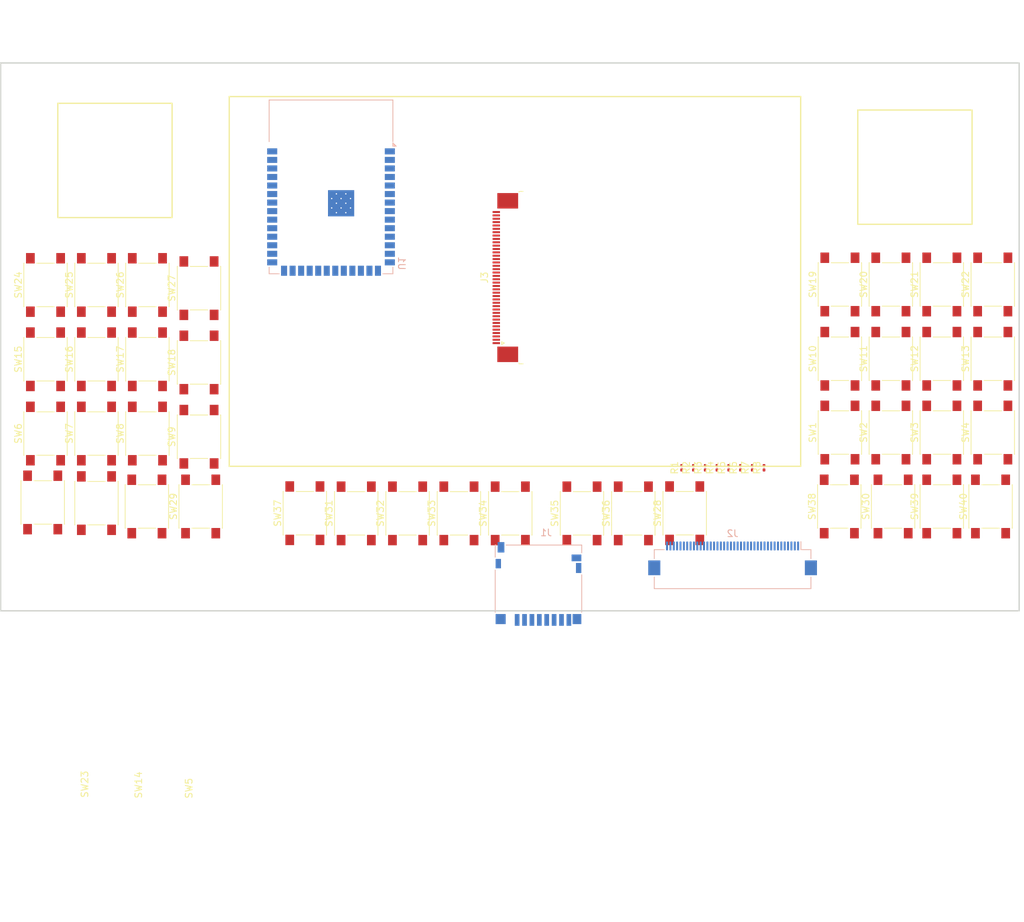
<source format=kicad_pcb>
(kicad_pcb (version 20240108) (generator "pcbnew") (generator_version "8.0")
  (layers (0 "F.Cu" signal) (31 "B.Cu" signal) (34 "B.Paste" user) (35 "F.Paste" user) (36 "B.SilkS" user "B.Silkscreen") (37 "F.SilkS" user "F.Silkscreen") (38 "B.Mask" user) (39 "F.Mask" user) (44 "Edge.Cuts" user))
  (net 0 "")
  (net 1 "GND")
  (net 2 "+3.3V")
  (net 3 "/mcu/SD_CMD")
  (net 4 "/mcu/SD_D0")
  (net 5 "/mcu/SD_CLK")
  (net 46 "Net-(U1-GND-Pad1)")
  (net 154 "Net-(J1-DAT2)")
  (net 155 "Net-(J1-DAT1)")
  (net 156 "Net-(J1-DAT3{slash}CD)")
  (net 197 "Net-(J3-CC1)")
  (net 198 "Net-(J3-CC2)")
  (footprint "Resistor_SMD:R_0201_0603Metric" (layer "F.Cu") (at 152.8 92.22 90)
    (property "Reference" "R1" (at 0 -1.05 90) (layer "F.SilkS"))
    (property "Value" "R")
    (pad "1" smd roundrect (at -0.32 0 90) (size 0.46 0.4) (layers "F.Cu" "F.Mask") (net 197 "Net-(J3-CC1)"))
    (pad "2" smd roundrect (at 0.32 0 90) (size 0.46 0.4) (layers "F.Cu" "F.Mask") (net 1 "GND"))
  )
  (footprint "Button_Switch_SMD:SW_Push_1P1T_NO_6x6mm_H9.5mm" (layer "F.Cu") (at 81 65.5 90)
    (property "Reference" "SW27" (at 0 -4.05 270) (layer "F.SilkS"))
    (property "Value" "SW_Push")
    (pad "1" smd rect (at -3.975 -2.25 90) (size 1.55 1.3) (layers "F.Cu" "F.Paste" "F.Mask"))
    (pad "1" smd rect (at 3.975 -2.25 90) (size 1.55 1.3) (layers "F.Cu" "F.Paste" "F.Mask"))
    (pad "2" smd rect (at -3.975 2.25 90) (size 1.55 1.3) (layers "F.Cu" "F.Paste" "F.Mask"))
    (pad "2" smd rect (at 3.975 2.25 90) (size 1.55 1.3) (layers "F.Cu" "F.Paste" "F.Mask"))
  )
  (footprint "Button_Switch_SMD:SW_Push_1P1T_NO_6x6mm_H9.5mm" (layer "F.Cu") (at 184.25 97.975 90)
    (property "Reference" "SW30" (at 0 -4.05 270) (layer "F.SilkS"))
    (property "Value" "SW_Push")
    (pad "1" smd rect (at -3.975 -2.25 90) (size 1.55 1.3) (layers "F.Cu" "F.Paste" "F.Mask"))
    (pad "1" smd rect (at 3.975 -2.25 90) (size 1.55 1.3) (layers "F.Cu" "F.Paste" "F.Mask"))
    (pad "2" smd rect (at -3.975 2.25 90) (size 1.55 1.3) (layers "F.Cu" "F.Paste" "F.Mask"))
    (pad "2" smd rect (at 3.975 2.25 90) (size 1.55 1.3) (layers "F.Cu" "F.Paste" "F.Mask"))
  )
  (footprint "Button_Switch_SMD:SW_Push_1P1T_NO_6x6mm_H9.5mm" (layer "F.Cu") (at 191.5 64.95 90)
    (property "Reference" "SW21" (at 0 -4.05 270) (layer "F.SilkS"))
    (property "Value" "SW_Push")
    (pad "1" smd rect (at -3.975 -2.25 90) (size 1.55 1.3) (layers "F.Cu" "F.Paste" "F.Mask"))
    (pad "1" smd rect (at 3.975 -2.25 90) (size 1.55 1.3) (layers "F.Cu" "F.Paste" "F.Mask"))
    (pad "2" smd rect (at -3.975 2.25 90) (size 1.55 1.3) (layers "F.Cu" "F.Paste" "F.Mask"))
    (pad "2" smd rect (at 3.975 2.25 90) (size 1.55 1.3) (layers "F.Cu" "F.Paste" "F.Mask"))
  )
  (footprint "Button_Switch_SMD:SW_Push_1P1T_NO_6x6mm_H9.5mm" (layer "F.Cu") (at 176.25 97.975 90)
    (property "Reference" "SW38" (at 0 -4.05 270) (layer "F.SilkS"))
    (property "Value" "SW_Push")
    (pad "1" smd rect (at -3.975 -2.25 90) (size 1.55 1.3) (layers "F.Cu" "F.Paste" "F.Mask"))
    (pad "1" smd rect (at 3.975 -2.25 90) (size 1.55 1.3) (layers "F.Cu" "F.Paste" "F.Mask"))
    (pad "2" smd rect (at -3.975 2.25 90) (size 1.55 1.3) (layers "F.Cu" "F.Paste" "F.Mask"))
    (pad "2" smd rect (at 3.975 2.25 90) (size 1.55 1.3) (layers "F.Cu" "F.Paste" "F.Mask"))
  )
  (footprint "Button_Switch_SMD:SW_Push_1P1T_NO_6x6mm_H9.5mm" (layer "F.Cu") (at 58.17 76.075 90)
    (property "Reference" "SW15" (at 0 -4.05 270) (layer "F.SilkS"))
    (property "Value" "SW_Push")
    (pad "1" smd rect (at -3.975 -2.25 90) (size 1.55 1.3) (layers "F.Cu" "F.Paste" "F.Mask"))
    (pad "1" smd rect (at 3.975 -2.25 90) (size 1.55 1.3) (layers "F.Cu" "F.Paste" "F.Mask"))
    (pad "2" smd rect (at -3.975 2.25 90) (size 1.55 1.3) (layers "F.Cu" "F.Paste" "F.Mask"))
    (pad "2" smd rect (at 3.975 2.25 90) (size 1.55 1.3) (layers "F.Cu" "F.Paste" "F.Mask"))
  )
  (footprint "Button_Switch_SMD:SW_Push_1P1T_NO_6x6mm_H9.5mm" (layer "F.Cu") (at 183.92 76 90)
    (property "Reference" "SW11" (at 0 -4.05 270) (layer "F.SilkS"))
    (property "Value" "SW_Push")
    (pad "1" smd rect (at -3.975 -2.25 90) (size 1.55 1.3) (layers "F.Cu" "F.Paste" "F.Mask"))
    (pad "1" smd rect (at 3.975 -2.25 90) (size 1.55 1.3) (layers "F.Cu" "F.Paste" "F.Mask"))
    (pad "2" smd rect (at -3.975 2.25 90) (size 1.55 1.3) (layers "F.Cu" "F.Paste" "F.Mask"))
    (pad "2" smd rect (at 3.975 2.25 90) (size 1.55 1.3) (layers "F.Cu" "F.Paste" "F.Mask"))
  )
  (footprint "Resistor_SMD:R_0201_0603Metric" (layer "F.Cu") (at 165.05 92.22 90)
    (property "Reference" "R8" (at 0 -1.05 90) (layer "F.SilkS"))
    (property "Value" "10k")
    (pad "1" smd roundrect (at -0.32 0 90) (size 0.46 0.4) (layers "F.Cu" "F.Mask") (net 2 "+3.3V"))
    (pad "2" smd roundrect (at 0.32 0 90) (size 0.46 0.4) (layers "F.Cu" "F.Mask") (net 154 "Net-(J1-DAT2)"))
  )
  (footprint "Button_Switch_SMD:SW_Push_1P1T_NO_6x6mm_H9.5mm" (layer "F.Cu") (at 198.75 97.975 90)
    (property "Reference" "SW40" (at 0 -4.05 270) (layer "F.SilkS"))
    (property "Value" "SW_Push")
    (pad "1" smd rect (at -3.975 -2.25 90) (size 1.55 1.3) (layers "F.Cu" "F.Paste" "F.Mask"))
    (pad "1" smd rect (at 3.975 -2.25 90) (size 1.55 1.3) (layers "F.Cu" "F.Paste" "F.Mask"))
    (pad "2" smd rect (at -3.975 2.25 90) (size 1.55 1.3) (layers "F.Cu" "F.Paste" "F.Mask"))
    (pad "2" smd rect (at 3.975 2.25 90) (size 1.55 1.3) (layers "F.Cu" "F.Paste" "F.Mask"))
  )
  (footprint "Button_Switch_SMD:SW_Push_1P1T_NO_6x6mm_H9.5mm" (layer "F.Cu") (at 73.33 65.025 90)
    (property "Reference" "SW26" (at 0 -4.05 270) (layer "F.SilkS"))
    (property "Value" "SW_Push")
    (pad "1" smd rect (at -3.975 -2.25 90) (size 1.55 1.3) (layers "F.Cu" "F.Paste" "F.Mask"))
    (pad "1" smd rect (at 3.975 -2.25 90) (size 1.55 1.3) (layers "F.Cu" "F.Paste" "F.Mask"))
    (pad "2" smd rect (at -3.975 2.25 90) (size 1.55 1.3) (layers "F.Cu" "F.Paste" "F.Mask"))
    (pad "2" smd rect (at 3.975 2.25 90) (size 1.55 1.3) (layers "F.Cu" "F.Paste" "F.Mask"))
  )
  (footprint "Button_Switch_SMD:SW_Push_1P1T_NO_6x6mm_H9.5mm" (layer "F.Cu") (at 145.610534 99 90)
    (property "Reference" "SW36" (at 0 -4.05 270) (layer "F.SilkS"))
    (property "Value" "SW_Push")
    (pad "1" smd rect (at -3.975 -2.25 90) (size 1.55 1.3) (layers "F.Cu" "F.Paste" "F.Mask"))
    (pad "1" smd rect (at 3.975 -2.25 90) (size 1.55 1.3) (layers "F.Cu" "F.Paste" "F.Mask"))
    (pad "2" smd rect (at -3.975 2.25 90) (size 1.55 1.3) (layers "F.Cu" "F.Paste" "F.Mask"))
    (pad "2" smd rect (at 3.975 2.25 90) (size 1.55 1.3) (layers "F.Cu" "F.Paste" "F.Mask"))
  )
  (footprint "Button_Switch_SMD:SW_Push_1P1T_NO_6x6mm_H9.5mm" (layer "F.Cu") (at 153.25 98.975 90)
    (property "Reference" "SW28" (at 0 -4.05 270) (layer "F.SilkS"))
    (property "Value" "SW_Push")
    (pad "1" smd rect (at -3.975 -2.25 90) (size 1.55 1.3) (layers "F.Cu" "F.Paste" "F.Mask"))
    (pad "1" smd rect (at 3.975 -2.25 90) (size 1.55 1.3) (layers "F.Cu" "F.Paste" "F.Mask"))
    (pad "2" smd rect (at -3.975 2.25 90) (size 1.55 1.3) (layers "F.Cu" "F.Paste" "F.Mask"))
    (pad "2" smd rect (at 3.975 2.25 90) (size 1.55 1.3) (layers "F.Cu" "F.Paste" "F.Mask"))
  )
  (footprint "Button_Switch_SMD:SW_Push_1P1T_NO_6x6mm_H9.5mm" (layer "F.Cu") (at 73.33 76.075 90)
    (property "Reference" "SW17" (at 0 -4.05 270) (layer "F.SilkS"))
    (property "Value" "SW_Push")
    (pad "1" smd rect (at -3.975 -2.25 90) (size 1.55 1.3) (layers "F.Cu" "F.Paste" "F.Mask"))
    (pad "1" smd rect (at 3.975 -2.25 90) (size 1.55 1.3) (layers "F.Cu" "F.Paste" "F.Mask"))
    (pad "2" smd rect (at -3.975 2.25 90) (size 1.55 1.3) (layers "F.Cu" "F.Paste" "F.Mask"))
    (pad "2" smd rect (at 3.975 2.25 90) (size 1.55 1.3) (layers "F.Cu" "F.Paste" "F.Mask"))
  )
  (footprint "Button_Switch_SMD:SW_Push_1P1T_NO_6x6mm_H9.5mm" (layer "F.Cu") (at 81 76.55 90)
    (property "Reference" "SW18" (at 0 -4.05 270) (layer "F.SilkS"))
    (property "Value" "SW_Push")
    (pad "1" smd rect (at -3.975 -2.25 90) (size 1.55 1.3) (layers "F.Cu" "F.Paste" "F.Mask"))
    (pad "1" smd rect (at 3.975 -2.25 90) (size 1.55 1.3) (layers "F.Cu" "F.Paste" "F.Mask"))
    (pad "2" smd rect (at -3.975 2.25 90) (size 1.55 1.3) (layers "F.Cu" "F.Paste" "F.Mask"))
    (pad "2" smd rect (at 3.975 2.25 90) (size 1.55 1.3) (layers "F.Cu" "F.Paste" "F.Mask"))
  )
  (footprint "Button_Switch_SMD:SW_Push_1P1T_NO_6x6mm_H9.5mm" (layer "F.Cu") (at 58.17 65.025 90)
    (property "Reference" "SW24" (at 0 -4.05 270) (layer "F.SilkS"))
    (property "Value" "SW_Push")
    (pad "1" smd rect (at -3.975 -2.25 90) (size 1.55 1.3) (layers "F.Cu" "F.Paste" "F.Mask"))
    (pad "1" smd rect (at 3.975 -2.25 90) (size 1.55 1.3) (layers "F.Cu" "F.Paste" "F.Mask"))
    (pad "2" smd rect (at -3.975 2.25 90) (size 1.55 1.3) (layers "F.Cu" "F.Paste" "F.Mask"))
    (pad "2" smd rect (at 3.975 2.25 90) (size 1.55 1.3) (layers "F.Cu" "F.Paste" "F.Mask"))
  )
  (footprint "Button_Switch_SMD:SW_Push_1P1T_NO_6x6mm_H9.5mm" (layer "F.Cu") (at 127.307856 99 90)
    (property "Reference" "SW34" (at 0 -4.05 270) (layer "F.SilkS"))
    (property "Value" "SW_Push")
    (pad "1" smd rect (at -3.975 -2.25 90) (size 1.55 1.3) (layers "F.Cu" "F.Paste" "F.Mask"))
    (pad "1" smd rect (at 3.975 -2.25 90) (size 1.55 1.3) (layers "F.Cu" "F.Paste" "F.Mask"))
    (pad "2" smd rect (at -3.975 2.25 90) (size 1.55 1.3) (layers "F.Cu" "F.Paste" "F.Mask"))
    (pad "2" smd rect (at 3.975 2.25 90) (size 1.55 1.3) (layers "F.Cu" "F.Paste" "F.Mask"))
  )
  (footprint "Resistor_SMD:R_0201_0603Metric" (layer "F.Cu") (at 154.55 92.22 90)
    (property "Reference" "R2" (at 0 -1.05 90) (layer "F.SilkS"))
    (property "Value" "R")
    (pad "1" smd roundrect (at -0.32 0 90) (size 0.46 0.4) (layers "F.Cu" "F.Mask") (net 198 "Net-(J3-CC2)"))
    (pad "2" smd roundrect (at 0.32 0 90) (size 0.46 0.4) (layers "F.Cu" "F.Mask") (net 1 "GND"))
  )
  (footprint "Button_Switch_SMD:SW_Push_1P1T_NO_6x6mm_H9.5mm" (layer "F.Cu") (at 104.389464 99 90)
    (property "Reference" "SW31" (at 0 -4.05 270) (layer "F.SilkS"))
    (property "Value" "SW_Push")
    (pad "1" smd rect (at -3.975 -2.25 90) (size 1.55 1.3) (layers "F.Cu" "F.Paste" "F.Mask"))
    (pad "1" smd rect (at 3.975 -2.25 90) (size 1.55 1.3) (layers "F.Cu" "F.Paste" "F.Mask"))
    (pad "2" smd rect (at -3.975 2.25 90) (size 1.55 1.3) (layers "F.Cu" "F.Paste" "F.Mask"))
    (pad "2" smd rect (at 3.975 2.25 90) (size 1.55 1.3) (layers "F.Cu" "F.Paste" "F.Mask"))
  )
  (footprint "Button_Switch_SMD:SW_Push_1P1T_NO_6x6mm_H9.5mm" (layer "F.Cu") (at 119.668392 99 90)
    (property "Reference" "SW33" (at 0 -4.05 270) (layer "F.SilkS"))
    (property "Value" "SW_Push")
    (pad "1" smd rect (at -3.975 -2.25 90) (size 1.55 1.3) (layers "F.Cu" "F.Paste" "F.Mask"))
    (pad "1" smd rect (at 3.975 -2.25 90) (size 1.55 1.3) (layers "F.Cu" "F.Paste" "F.Mask"))
    (pad "2" smd rect (at -3.975 2.25 90) (size 1.55 1.3) (layers "F.Cu" "F.Paste" "F.Mask"))
    (pad "2" smd rect (at 3.975 2.25 90) (size 1.55 1.3) (layers "F.Cu" "F.Paste" "F.Mask"))
  )
  (footprint "Button_Switch_SMD:SW_Push_1P1T_NO_6x6mm_H9.5mm" (layer "F.Cu") (at 199.08 86.975 90)
    (property "Reference" "SW4" (at 0 -4.05 270) (layer "F.SilkS"))
    (property "Value" "SW_Push")
    (pad "1" smd rect (at -3.975 -2.25 90) (size 1.55 1.3) (layers "F.Cu" "F.Paste" "F.Mask"))
    (pad "1" smd rect (at 3.975 -2.25 90) (size 1.55 1.3) (layers "F.Cu" "F.Paste" "F.Mask"))
    (pad "2" smd rect (at -3.975 2.25 90) (size 1.55 1.3) (layers "F.Cu" "F.Paste" "F.Mask"))
    (pad "2" smd rect (at 3.975 2.25 90) (size 1.55 1.3) (layers "F.Cu" "F.Paste" "F.Mask"))
  )
  (footprint "Resistor_SMD:R_0201_0603Metric" (layer "F.Cu") (at 159.8 92.22 90)
    (property "Reference" "R5" (at 0 -1.05 90) (layer "F.SilkS"))
    (property "Value" "10k")
    (pad "1" smd roundrect (at -0.32 0 90) (size 0.46 0.4) (layers "F.Cu" "F.Mask") (net 2 "+3.3V"))
    (pad "2" smd roundrect (at 0.32 0 90) (size 0.46 0.4) (layers "F.Cu" "F.Mask") (net 5 "/mcu/SD_CLK"))
  )
  (footprint "Button_Switch_SMD:SW_Push_1P1T_NO_6x6mm_H9.5mm" (layer "F.Cu") (at 199.08 64.95 90)
    (property "Reference" "SW22" (at 0 -4.05 270) (layer "F.SilkS"))
    (property "Value" "SW_Push")
    (pad "1" smd rect (at -3.975 -2.25 90) (size 1.55 1.3) (layers "F.Cu" "F.Paste" "F.Mask"))
    (pad "1" smd rect (at 3.975 -2.25 90) (size 1.55 1.3) (layers "F.Cu" "F.Paste" "F.Mask"))
    (pad "2" smd rect (at -3.975 2.25 90) (size 1.55 1.3) (layers "F.Cu" "F.Paste" "F.Mask"))
    (pad "2" smd rect (at 3.975 2.25 90) (size 1.55 1.3) (layers "F.Cu" "F.Paste" "F.Mask"))
  )
  (footprint "Button_Switch_SMD:SW_Push_1P1T_NO_6x6mm_H9.5mm" (layer "F.Cu") (at 112.028928 99 90)
    (property "Reference" "SW32" (at 0 -4.05 270) (layer "F.SilkS"))
    (property "Value" "SW_Push")
    (pad "1" smd rect (at -3.975 -2.25 90) (size 1.55 1.3) (layers "F.Cu" "F.Paste" "F.Mask"))
    (pad "1" smd rect (at 3.975 -2.25 90) (size 1.55 1.3) (layers "F.Cu" "F.Paste" "F.Mask"))
    (pad "2" smd rect (at -3.975 2.25 90) (size 1.55 1.3) (layers "F.Cu" "F.Paste" "F.Mask"))
    (pad "2" smd rect (at 3.975 2.25 90) (size 1.55 1.3) (layers "F.Cu" "F.Paste" "F.Mask"))
  )
  (footprint "Button_Switch_SMD:SW_Push_1P1T_NO_6x6mm_H9.5mm" (layer "F.Cu") (at 176.34 64.95 90)
    (property "Reference" "SW19" (at 0 -4.05 270) (layer "F.SilkS"))
    (property "Value" "SW_Push")
    (pad "1" smd rect (at -3.975 -2.25 90) (size 1.55 1.3) (layers "F.Cu" "F.Paste" "F.Mask"))
    (pad "1" smd rect (at 3.975 -2.25 90) (size 1.55 1.3) (layers "F.Cu" "F.Paste" "F.Mask"))
    (pad "2" smd rect (at -3.975 2.25 90) (size 1.55 1.3) (layers "F.Cu" "F.Paste" "F.Mask"))
    (pad "2" smd rect (at 3.975 2.25 90) (size 1.55 1.3) (layers "F.Cu" "F.Paste" "F.Mask"))
  )
  (footprint "Button_Switch_SMD:SW_Push_1P1T_NO_6x6mm_H9.5mm" (layer "F.Cu") (at 65.75 87.125 90)
    (property "Reference" "SW7" (at 0 -4.05 270) (layer "F.SilkS"))
    (property "Value" "SW_Push")
    (pad "1" smd rect (at -3.975 -2.25 90) (size 1.55 1.3) (layers "F.Cu" "F.Paste" "F.Mask"))
    (pad "1" smd rect (at 3.975 -2.25 90) (size 1.55 1.3) (layers "F.Cu" "F.Paste" "F.Mask"))
    (pad "2" smd rect (at -3.975 2.25 90) (size 1.55 1.3) (layers "F.Cu" "F.Paste" "F.Mask"))
    (pad "2" smd rect (at 3.975 2.25 90) (size 1.55 1.3) (layers "F.Cu" "F.Paste" "F.Mask"))
  )
  (footprint "Button_Switch_SMD:SW_Push_1P1T_NO_6x6mm_H9.5mm" (layer "F.Cu") (at 58.17 87.125 90)
    (property "Reference" "SW6" (at 0 -4.05 270) (layer "F.SilkS"))
    (property "Value" "SW_Push")
    (pad "1" smd rect (at -3.975 -2.25 90) (size 1.55 1.3) (layers "F.Cu" "F.Paste" "F.Mask"))
    (pad "1" smd rect (at 3.975 -2.25 90) (size 1.55 1.3) (layers "F.Cu" "F.Paste" "F.Mask"))
    (pad "2" smd rect (at -3.975 2.25 90) (size 1.55 1.3) (layers "F.Cu" "F.Paste" "F.Mask"))
    (pad "2" smd rect (at 3.975 2.25 90) (size 1.55 1.3) (layers "F.Cu" "F.Paste" "F.Mask"))
  )
  (footprint "Resistor_SMD:R_0201_0603Metric" (layer "F.Cu") (at 156.3 92.22 90)
    (property "Reference" "R3" (at 0 -1.05 90) (layer "F.SilkS"))
    (property "Value" "10k")
    (pad "1" smd roundrect (at -0.32 0 90) (size 0.46 0.4) (layers "F.Cu" "F.Mask") (net 2 "+3.3V"))
    (pad "2" smd roundrect (at 0.32 0 90) (size 0.46 0.4) (layers "F.Cu" "F.Mask") (net 155 "Net-(J1-DAT1)"))
  )
  (footprint "Resistor_SMD:R_0201_0603Metric" (layer "F.Cu") (at 158.05 92.22 90)
    (property "Reference" "R4" (at 0 -1.05 90) (layer "F.SilkS"))
    (property "Value" "10k")
    (pad "1" smd roundrect (at -0.32 0 90) (size 0.46 0.4) (layers "F.Cu" "F.Mask") (net 2 "+3.3V"))
    (pad "2" smd roundrect (at 0.32 0 90) (size 0.46 0.4) (layers "F.Cu" "F.Mask") (net 4 "/mcu/SD_D0"))
  )
  (footprint "Resistor_SMD:R_0201_0603Metric" (layer "F.Cu") (at 163.3 92.22 90)
    (property "Reference" "R7" (at 0 -1.05 90) (layer "F.SilkS"))
    (property "Value" "10k")
    (pad "1" smd roundrect (at -0.32 0 90) (size 0.46 0.4) (layers "F.Cu" "F.Mask") (net 2 "+3.3V"))
    (pad "2" smd roundrect (at 0.32 0 90) (size 0.46 0.4) (layers "F.Cu" "F.Mask") (net 156 "Net-(J1-DAT3{slash}CD)"))
  )
  (footprint "Button_Switch_SMD:SW_Push_1P1T_NO_6x6mm_H9.5mm" (layer "F.Cu") (at 199.08 76 90)
    (property "Reference" "SW13" (at 0 -4.05 270) (layer "F.SilkS"))
    (property "Value" "SW_Push")
    (pad "1" smd rect (at -3.975 -2.25 90) (size 1.55 1.3) (layers "F.Cu" "F.Paste" "F.Mask"))
    (pad "1" smd rect (at 3.975 -2.25 90) (size 1.55 1.3) (layers "F.Cu" "F.Paste" "F.Mask"))
    (pad "2" smd rect (at -3.975 2.25 90) (size 1.55 1.3) (layers "F.Cu" "F.Paste" "F.Mask"))
    (pad "2" smd rect (at 3.975 2.25 90) (size 1.55 1.3) (layers "F.Cu" "F.Paste" "F.Mask"))
  )
  (footprint "Button_Switch_SMD:SW_Push_1P1T_NO_6x6mm_H9.5mm" (layer "F.Cu") (at 57.75 97.375 90)
    (property "Reference" "SW23" (at -41.925 6.26 270) (layer "F.SilkS"))
    (property "Value" "SW_Push")
    (pad "1" smd rect (at -3.975 -2.25 90) (size 1.55 1.3) (layers "F.Cu" "F.Paste" "F.Mask"))
    (pad "1" smd rect (at 3.975 -2.25 90) (size 1.55 1.3) (layers "F.Cu" "F.Paste" "F.Mask"))
    (pad "2" smd rect (at -3.975 2.25 90) (size 1.55 1.3) (layers "F.Cu" "F.Paste" "F.Mask"))
    (pad "2" smd rect (at 3.975 2.25 90) (size 1.55 1.3) (layers "F.Cu" "F.Paste" "F.Mask"))
  )
  (footprint "Button_Switch_SMD:SW_Push_1P1T_NO_6x6mm_H9.5mm" (layer "F.Cu") (at 96.75 98.975 90)
    (property "Reference" "SW37" (at 0 -4.05 270) (layer "F.SilkS"))
    (property "Value" "SW_Push")
    (pad "1" smd rect (at -3.975 -2.25 90) (size 1.55 1.3) (layers "F.Cu" "F.Paste" "F.Mask"))
    (pad "1" smd rect (at 3.975 -2.25 90) (size 1.55 1.3) (layers "F.Cu" "F.Paste" "F.Mask"))
    (pad "2" smd rect (at -3.975 2.25 90) (size 1.55 1.3) (layers "F.Cu" "F.Paste" "F.Mask"))
    (pad "2" smd rect (at 3.975 2.25 90) (size 1.55 1.3) (layers "F.Cu" "F.Paste" "F.Mask"))
  )
  (footprint "Button_Switch_SMD:SW_Push_1P1T_NO_6x6mm_H9.5mm" (layer "F.Cu") (at 183.92 86.975 90)
    (property "Reference" "SW2" (at 0 -4.05 270) (layer "F.SilkS"))
    (property "Value" "SW_Push")
    (pad "1" smd rect (at -3.975 -2.25 90) (size 1.55 1.3) (layers "F.Cu" "F.Paste" "F.Mask"))
    (pad "1" smd rect (at 3.975 -2.25 90) (size 1.55 1.3) (layers "F.Cu" "F.Paste" "F.Mask"))
    (pad "2" smd rect (at -3.975 2.25 90) (size 1.55 1.3) (layers "F.Cu" "F.Paste" "F.Mask"))
    (pad "2" smd rect (at 3.975 2.25 90) (size 1.55 1.3) (layers "F.Cu" "F.Paste" "F.Mask"))
  )
  (footprint "Button_Switch_SMD:SW_Push_1P1T_NO_6x6mm_H9.5mm" (layer "F.Cu") (at 65.75 76.075 90)
    (property "Reference" "SW16" (at 0 -4.05 270) (layer "F.SilkS"))
    (property "Value" "SW_Push")
    (pad "1" smd rect (at -3.975 -2.25 90) (size 1.55 1.3) (layers "F.Cu" "F.Paste" "F.Mask"))
    (pad "1" smd rect (at 3.975 -2.25 90) (size 1.55 1.3) (layers "F.Cu" "F.Paste" "F.Mask"))
    (pad "2" smd rect (at -3.975 2.25 90) (size 1.55 1.3) (layers "F.Cu" "F.Paste" "F.Mask"))
    (pad "2" smd rect (at 3.975 2.25 90) (size 1.55 1.3) (layers "F.Cu" "F.Paste" "F.Mask"))
  )
  (footprint "Resistor_SMD:R_0201_0603Metric" (layer "F.Cu") (at 161.55 92.22 90)
    (property "Reference" "R6" (at 0 -1.05 90) (layer "F.SilkS"))
    (property "Value" "10k")
    (pad "1" smd roundrect (at -0.32 0 90) (size 0.46 0.4) (layers "F.Cu" "F.Mask") (net 2 "+3.3V"))
    (pad "2" smd roundrect (at 0.32 0 90) (size 0.46 0.4) (layers "F.Cu" "F.Mask") (net 3 "/mcu/SD_CMD"))
  )
  (footprint "Button_Switch_SMD:SW_Push_1P1T_NO_6x6mm_H9.5mm" (layer "F.Cu") (at 73.33 87.125 90)
    (property "Reference" "SW8" (at 0 -4.05 270) (layer "F.SilkS"))
    (property "Value" "SW_Push")
    (pad "1" smd rect (at -3.975 -2.25 90) (size 1.55 1.3) (layers "F.Cu" "F.Paste" "F.Mask"))
    (pad "1" smd rect (at 3.975 -2.25 90) (size 1.55 1.3) (layers "F.Cu" "F.Paste" "F.Mask"))
    (pad "2" smd rect (at -3.975 2.25 90) (size 1.55 1.3) (layers "F.Cu" "F.Paste" "F.Mask"))
    (pad "2" smd rect (at 3.975 2.25 90) (size 1.55 1.3) (layers "F.Cu" "F.Paste" "F.Mask"))
  )
  (footprint "Button_Switch_SMD:SW_Push_1P1T_NO_6x6mm_H9.5mm" (layer "F.Cu") (at 191.5 76 90)
    (property "Reference" "SW12" (at 0 -4.05 270) (layer "F.SilkS"))
    (property "Value" "SW_Push")
    (pad "1" smd rect (at -3.975 -2.25 90) (size 1.55 1.3) (layers "F.Cu" "F.Paste" "F.Mask"))
    (pad "1" smd rect (at 3.975 -2.25 90) (size 1.55 1.3) (layers "F.Cu" "F.Paste" "F.Mask"))
    (pad "2" smd rect (at -3.975 2.25 90) (size 1.55 1.3) (layers "F.Cu" "F.Paste" "F.Mask"))
    (pad "2" smd rect (at 3.975 2.25 90) (size 1.55 1.3) (layers "F.Cu" "F.Paste" "F.Mask"))
  )
  (footprint "Button_Switch_SMD:SW_Push_1P1T_NO_6x6mm_H9.5mm" (layer "F.Cu") (at 81 87.6 90)
    (property "Reference" "SW9" (at 0 -4.05 270) (layer "F.SilkS"))
    (property "Value" "SW_Push")
    (pad "1" smd rect (at -3.975 -2.25 90) (size 1.55 1.3) (layers "F.Cu" "F.Paste" "F.Mask"))
    (pad "1" smd rect (at 3.975 -2.25 90) (size 1.55 1.3) (layers "F.Cu" "F.Paste" "F.Mask"))
    (pad "2" smd rect (at -3.975 2.25 90) (size 1.55 1.3) (layers "F.Cu" "F.Paste" "F.Mask"))
    (pad "2" smd rect (at 3.975 2.25 90) (size 1.55 1.3) (layers "F.Cu" "F.Paste" "F.Mask"))
  )
  (footprint "Button_Switch_SMD:SW_Push_1P1T_NO_6x6mm_H9.5mm" (layer "F.Cu") (at 65.75 97.475 90)
    (property "Reference" "SW14" (at -41.925 6.26 270) (layer "F.SilkS"))
    (property "Value" "SW_Push")
    (pad "1" smd rect (at -3.975 -2.25 90) (size 1.55 1.3) (layers "F.Cu" "F.Paste" "F.Mask"))
    (pad "1" smd rect (at 3.975 -2.25 90) (size 1.55 1.3) (layers "F.Cu" "F.Paste" "F.Mask"))
    (pad "2" smd rect (at -3.975 2.25 90) (size 1.55 1.3) (layers "F.Cu" "F.Paste" "F.Mask"))
    (pad "2" smd rect (at 3.975 2.25 90) (size 1.55 1.3) (layers "F.Cu" "F.Paste" "F.Mask"))
  )
  (footprint "Button_Switch_SMD:SW_Push_1P1T_NO_6x6mm_H9.5mm" (layer "F.Cu") (at 137.97107 99 90)
    (property "Reference" "SW35" (at 0 -4.05 270) (layer "F.SilkS"))
    (property "Value" "SW_Push")
    (pad "1" smd rect (at -3.975 -2.25 90) (size 1.55 1.3) (layers "F.Cu" "F.Paste" "F.Mask"))
    (pad "1" smd rect (at 3.975 -2.25 90) (size 1.55 1.3) (layers "F.Cu" "F.Paste" "F.Mask"))
    (pad "2" smd rect (at -3.975 2.25 90) (size 1.55 1.3) (layers "F.Cu" "F.Paste" "F.Mask"))
    (pad "2" smd rect (at 3.975 2.25 90) (size 1.55 1.3) (layers "F.Cu" "F.Paste" "F.Mask"))
  )
  (footprint "Button_Switch_SMD:SW_Push_1P1T_NO_6x6mm_H9.5mm" (layer "F.Cu") (at 73.25 97.975 90)
    (property "Reference" "SW5" (at -41.925 6.26 270) (layer "F.SilkS"))
    (property "Value" "SW_Push")
    (pad "1" smd rect (at -3.975 -2.25 90) (size 1.55 1.3) (layers "F.Cu" "F.Paste" "F.Mask"))
    (pad "1" smd rect (at 3.975 -2.25 90) (size 1.55 1.3) (layers "F.Cu" "F.Paste" "F.Mask"))
    (pad "2" smd rect (at -3.975 2.25 90) (size 1.55 1.3) (layers "F.Cu" "F.Paste" "F.Mask"))
    (pad "2" smd rect (at 3.975 2.25 90) (size 1.55 1.3) (layers "F.Cu" "F.Paste" "F.Mask"))
  )
  (footprint "Button_Switch_SMD:SW_Push_1P1T_NO_6x6mm_H9.5mm" (layer "F.Cu") (at 176.34 86.975 90)
    (property "Reference" "SW1" (at 0 -4.05 270) (layer "F.SilkS"))
    (property "Value" "SW_Push")
    (pad "1" smd rect (at -3.975 -2.25 90) (size 1.55 1.3) (layers "F.Cu" "F.Paste" "F.Mask"))
    (pad "1" smd rect (at 3.975 -2.25 90) (size 1.55 1.3) (layers "F.Cu" "F.Paste" "F.Mask"))
    (pad "2" smd rect (at -3.975 2.25 90) (size 1.55 1.3) (layers "F.Cu" "F.Paste" "F.Mask"))
    (pad "2" smd rect (at 3.975 2.25 90) (size 1.55 1.3) (layers "F.Cu" "F.Paste" "F.Mask"))
  )
  (footprint "Button_Switch_SMD:SW_Push_1P1T_NO_6x6mm_H9.5mm" (layer "F.Cu") (at 183.92 64.95 90)
    (property "Reference" "SW20" (at 0 -4.05 270) (layer "F.SilkS"))
    (property "Value" "SW_Push")
    (pad "1" smd rect (at -3.975 -2.25 90) (size 1.55 1.3) (layers "F.Cu" "F.Paste" "F.Mask"))
    (pad "1" smd rect (at 3.975 -2.25 90) (size 1.55 1.3) (layers "F.Cu" "F.Paste" "F.Mask"))
    (pad "2" smd rect (at -3.975 2.25 90) (size 1.55 1.3) (layers "F.Cu" "F.Paste" "F.Mask"))
    (pad "2" smd rect (at 3.975 2.25 90) (size 1.55 1.3) (layers "F.Cu" "F.Paste" "F.Mask"))
  )
  (footprint "Connector_FFC-FPC:TE_4-1734839-0_1x40-1MP_P0.5mm_Horizontal" (layer "F.Cu") (at 126.575 63.925 90)
    (property "Reference" "J3" (at 0 -3.1 -90) (layer "F.SilkS"))
    (property "Value" "Conn_01x40")
    (pad "1" smd rect (at -9.75 -1.35 90) (size 0.3 1.1) (layers "F.Cu" "F.Paste" "F.Mask"))
    (pad "2" smd rect (at -9.25 -1.35 90) (size 0.3 1.1) (layers "F.Cu" "F.Paste" "F.Mask"))
    (pad "3" smd rect (at -8.75 -1.35 90) (size 0.3 1.1) (layers "F.Cu" "F.Paste" "F.Mask"))
    (pad "4" smd rect (at -8.25 -1.35 90) (size 0.3 1.1) (layers "F.Cu" "F.Paste" "F.Mask"))
    (pad "5" smd rect (at -7.75 -1.35 90) (size 0.3 1.1) (layers "F.Cu" "F.Paste" "F.Mask"))
    (pad "6" smd rect (at -7.25 -1.35 90) (size 0.3 1.1) (layers "F.Cu" "F.Paste" "F.Mask"))
    (pad "7" smd rect (at -6.75 -1.35 90) (size 0.3 1.1) (layers "F.Cu" "F.Paste" "F.Mask"))
    (pad "8" smd rect (at -6.25 -1.35 90) (size 0.3 1.1) (layers "F.Cu" "F.Paste" "F.Mask"))
    (pad "9" smd rect (at -5.75 -1.35 90) (size 0.3 1.1) (layers "F.Cu" "F.Paste" "F.Mask"))
    (pad "10" smd rect (at -5.25 -1.35 90) (size 0.3 1.1) (layers "F.Cu" "F.Paste" "F.Mask"))
    (pad "11" smd rect (at -4.75 -1.35 90) (size 0.3 1.1) (layers "F.Cu" "F.Paste" "F.Mask"))
    (pad "12" smd rect (at -4.25 -1.35 90) (size 0.3 1.1) (layers "F.Cu" "F.Paste" "F.Mask"))
    (pad "13" smd rect (at -3.75 -1.35 90) (size 0.3 1.1) (layers "F.Cu" "F.Paste" "F.Mask"))
    (pad "14" smd rect (at -3.25 -1.35 90) (size 0.3 1.1) (layers "F.Cu" "F.Paste" "F.Mask"))
    (pad "15" smd rect (at -2.75 -1.35 90) (size 0.3 1.1) (layers "F.Cu" "F.Paste" "F.Mask"))
    (pad "16" smd rect (at -2.25 -1.35 90) (size 0.3 1.1) (layers "F.Cu" "F.Paste" "F.Mask"))
    (pad "17" smd rect (at -1.75 -1.35 90) (size 0.3 1.1) (layers "F.Cu" "F.Paste" "F.Mask"))
    (pad "18" smd rect (at -1.25 -1.35 90) (size 0.3 1.1) (layers "F.Cu" "F.Paste" "F.Mask"))
    (pad "19" smd rect (at -0.75 -1.35 90) (size 0.3 1.1) (layers "F.Cu" "F.Paste" "F.Mask"))
    (pad "20" smd rect (at -0.25 -1.35 90) (size 0.3 1.1) (layers "F.Cu" "F.Paste" "F.Mask"))
    (pad "21" smd rect (at 0.25 -1.35 90) (size 0.3 1.1) (layers "F.Cu" "F.Paste" "F.Mask"))
    (pad "22" smd rect (at 0.75 -1.35 90) (size 0.3 1.1) (layers "F.Cu" "F.Paste" "F.Mask"))
    (pad "23" smd rect (at 1.25 -1.35 90) (size 0.3 1.1) (layers "F.Cu" "F.Paste" "F.Mask"))
    (pad "24" smd rect (at 1.75 -1.35 90) (size 0.3 1.1) (layers "F.Cu" "F.Paste" "F.Mask"))
    (pad "25" smd rect (at 2.25 -1.35 90) (size 0.3 1.1) (layers "F.Cu" "F.Paste" "F.Mask"))
    (pad "26" smd rect (at 2.75 -1.35 90) (size 0.3 1.1) (layers "F.Cu" "F.Paste" "F.Mask"))
    (pad "27" smd rect (at 3.25 -1.35 90) (size 0.3 1.1) (layers "F.Cu" "F.Paste" "F.Mask"))
    (pad "28" smd rect (at 3.75 -1.35 90) (size 0.3 1.1) (layers "F.Cu" "F.Paste" "F.Mask"))
    (pad "29" smd rect (at 4.25 -1.35 90) (size 0.3 1.1) (layers "F.Cu" "F.Paste" "F.Mask"))
    (pad "30" smd rect (at 4.75 -1.35 90) (size 0.3 1.1) (layers "F.Cu" "F.Paste" "F.Mask"))
    (pad "31" smd rect (at 5.25 -1.35 90) (size 0.3 1.1) (layers "F.Cu" "F.Paste" "F.Mask"))
    (pad "32" smd rect (at 5.75 -1.35 90) (size 0.3 1.1) (layers "F.Cu" "F.Paste" "F.Mask"))
    (pad "33" smd rect (at 6.25 -1.35 90) (size 0.3 1.1) (layers "F.Cu" "F.Paste" "F.Mask"))
    (pad "34" smd rect (at 6.75 -1.35 90) (size 0.3 1.1) (layers "F.Cu" "F.Paste" "F.Mask"))
    (pad "35" smd rect (at 7.25 -1.35 90) (size 0.3 1.1) (layers "F.Cu" "F.Paste" "F.Mask"))
    (pad "36" smd rect (at 7.75 -1.35 90) (size 0.3 1.1) (layers "F.Cu" "F.Paste" "F.Mask"))
    (pad "37" smd rect (at 8.25 -1.35 90) (size 0.3 1.1) (layers "F.Cu" "F.Paste" "F.Mask"))
    (pad "38" smd rect (at 8.75 -1.35 90) (size 0.3 1.1) (layers "F.Cu" "F.Paste" "F.Mask"))
    (pad "39" smd rect (at 9.25 -1.35 90) (size 0.3 1.1) (layers "F.Cu" "F.Paste" "F.Mask"))
    (pad "40" smd rect (at 9.75 -1.35 90) (size 0.3 1.1) (layers "F.Cu" "F.Paste" "F.Mask"))
    (pad "MP" smd rect (at -11.42 0.35 90) (size 2.3 3.1) (layers "F.Cu" "F.Paste" "F.Mask"))
    (pad "MP" smd rect (at 11.42 0.35 90) (size 2.3 3.1) (layers "F.Cu" "F.Paste" "F.Mask"))
  )
  (footprint "Button_Switch_SMD:SW_Push_1P1T_NO_6x6mm_H9.5mm" (layer "F.Cu") (at 191.5 97.975 90)
    (property "Reference" "SW39" (at 0 -4.05 270) (layer "F.SilkS"))
    (property "Value" "SW_Push")
    (pad "1" smd rect (at -3.975 -2.25 90) (size 1.55 1.3) (layers "F.Cu" "F.Paste" "F.Mask"))
    (pad "1" smd rect (at 3.975 -2.25 90) (size 1.55 1.3) (layers "F.Cu" "F.Paste" "F.Mask"))
    (pad "2" smd rect (at -3.975 2.25 90) (size 1.55 1.3) (layers "F.Cu" "F.Paste" "F.Mask"))
    (pad "2" smd rect (at 3.975 2.25 90) (size 1.55 1.3) (layers "F.Cu" "F.Paste" "F.Mask"))
  )
  (footprint "Button_Switch_SMD:SW_Push_1P1T_NO_6x6mm_H9.5mm" (layer "F.Cu") (at 176.34 76 90)
    (property "Reference" "SW10" (at 0 -4.05 270) (layer "F.SilkS"))
    (property "Value" "SW_Push")
    (pad "1" smd rect (at -3.975 -2.25 90) (size 1.55 1.3) (layers "F.Cu" "F.Paste" "F.Mask"))
    (pad "1" smd rect (at 3.975 -2.25 90) (size 1.55 1.3) (layers "F.Cu" "F.Paste" "F.Mask"))
    (pad "2" smd rect (at -3.975 2.25 90) (size 1.55 1.3) (layers "F.Cu" "F.Paste" "F.Mask"))
    (pad "2" smd rect (at 3.975 2.25 90) (size 1.55 1.3) (layers "F.Cu" "F.Paste" "F.Mask"))
  )
  (footprint "Button_Switch_SMD:SW_Push_1P1T_NO_6x6mm_H9.5mm" (layer "F.Cu") (at 65.75 65.025 90)
    (property "Reference" "SW25" (at 0 -4.05 270) (layer "F.SilkS"))
    (property "Value" "SW_Push")
    (pad "1" smd rect (at -3.975 -2.25 90) (size 1.55 1.3) (layers "F.Cu" "F.Paste" "F.Mask"))
    (pad "1" smd rect (at 3.975 -2.25 90) (size 1.55 1.3) (layers "F.Cu" "F.Paste" "F.Mask"))
    (pad "2" smd rect (at -3.975 2.25 90) (size 1.55 1.3) (layers "F.Cu" "F.Paste" "F.Mask"))
    (pad "2" smd rect (at 3.975 2.25 90) (size 1.55 1.3) (layers "F.Cu" "F.Paste" "F.Mask"))
  )
  (footprint "Button_Switch_SMD:SW_Push_1P1T_NO_6x6mm_H9.5mm" (layer "F.Cu") (at 81.25 97.975 90)
    (property "Reference" "SW29" (at 0 -4.05 270) (layer "F.SilkS"))
    (property "Value" "SW_Push")
    (pad "1" smd rect (at -3.975 -2.25 90) (size 1.55 1.3) (layers "F.Cu" "F.Paste" "F.Mask"))
    (pad "1" smd rect (at 3.975 -2.25 90) (size 1.55 1.3) (layers "F.Cu" "F.Paste" "F.Mask"))
    (pad "2" smd rect (at -3.975 2.25 90) (size 1.55 1.3) (layers "F.Cu" "F.Paste" "F.Mask"))
    (pad "2" smd rect (at 3.975 2.25 90) (size 1.55 1.3) (layers "F.Cu" "F.Paste" "F.Mask"))
  )
  (footprint "Button_Switch_SMD:SW_Push_1P1T_NO_6x6mm_H9.5mm" (layer "F.Cu") (at 191.5 86.975 90)
    (property "Reference" "SW3" (at 0 -4.05 270) (layer "F.SilkS"))
    (property "Value" "SW_Push")
    (pad "1" smd rect (at -3.975 -2.25 90) (size 1.55 1.3) (layers "F.Cu" "F.Paste" "F.Mask"))
    (pad "1" smd rect (at 3.975 -2.25 90) (size 1.55 1.3) (layers "F.Cu" "F.Paste" "F.Mask"))
    (pad "2" smd rect (at -3.975 2.25 90) (size 1.55 1.3) (layers "F.Cu" "F.Paste" "F.Mask"))
    (pad "2" smd rect (at 3.975 2.25 90) (size 1.55 1.3) (layers "F.Cu" "F.Paste" "F.Mask"))
  )
  (footprint "RF_Module:ESP32-S3-WROOM-1" (layer "B.Cu") (at 100.64 50.41 180)
    (property "Reference" "U1" (at -10.5 -11.4 -90) (layer "B.SilkS") (effects (justify mirror)))
    (property "Value" "ESP32-S3-WROOM-1")
    (pad "1" smd rect (at -8.75 5.26 180) (size 1.5 0.9) (layers "B.Cu" "B.Paste" "B.Mask") (net 46 "Net-(U1-GND-Pad1)"))
    (pad "2" smd rect (at -8.75 3.99 180) (size 1.5 0.9) (layers "B.Cu" "B.Paste" "B.Mask"))
    (pad "3" smd rect (at -8.75 2.72 180) (size 1.5 0.9) (layers "B.Cu" "B.Paste" "B.Mask"))
    (pad "4" smd rect (at -8.75 1.45 180) (size 1.5 0.9) (layers "B.Cu" "B.Paste" "B.Mask"))
    (pad "5" smd rect (at -8.75 0.18 180) (size 1.5 0.9) (layers "B.Cu" "B.Paste" "B.Mask"))
    (pad "6" smd rect (at -8.75 -1.09 180) (size 1.5 0.9) (layers "B.Cu" "B.Paste" "B.Mask"))
    (pad "7" smd rect (at -8.75 -2.36 180) (size 1.5 0.9) (layers "B.Cu" "B.Paste" "B.Mask"))
    (pad "8" smd rect (at -8.75 -3.63 180) (size 1.5 0.9) (layers "B.Cu" "B.Paste" "B.Mask"))
    (pad "9" smd rect (at -8.75 -4.9 180) (size 1.5 0.9) (layers "B.Cu" "B.Paste" "B.Mask"))
    (pad "10" smd rect (at -8.75 -6.17 180) (size 1.5 0.9) (layers "B.Cu" "B.Paste" "B.Mask"))
    (pad "11" smd rect (at -8.75 -7.44 180) (size 1.5 0.9) (layers "B.Cu" "B.Paste" "B.Mask"))
    (pad "12" smd rect (at -8.75 -8.71 180) (size 1.5 0.9) (layers "B.Cu" "B.Paste" "B.Mask"))
    (pad "13" smd rect (at -8.75 -9.98 180) (size 1.5 0.9) (layers "B.Cu" "B.Paste" "B.Mask"))
    (pad "14" smd rect (at -8.75 -11.25) (size 1.5 0.9) (layers "B.Cu" "B.Paste" "B.Mask"))
    (pad "15" smd rect (at -6.985 -12.5 270) (size 1.5 0.9) (layers "B.Cu" "B.Paste" "B.Mask"))
    (pad "16" smd rect (at -5.715 -12.5 270) (size 1.5 0.9) (layers "B.Cu" "B.Paste" "B.Mask"))
    (pad "17" smd rect (at -4.445 -12.5 270) (size 1.5 0.9) (layers "B.Cu" "B.Paste" "B.Mask"))
    (pad "18" smd rect (at -3.175 -12.5 270) (size 1.5 0.9) (layers "B.Cu" "B.Paste" "B.Mask"))
    (pad "19" smd rect (at -1.905 -12.5 270) (size 1.5 0.9) (layers "B.Cu" "B.Paste" "B.Mask"))
    (pad "20" smd rect (at -0.635 -12.5 270) (size 1.5 0.9) (layers "B.Cu" "B.Paste" "B.Mask"))
    (pad "21" smd rect (at 0.635 -12.5 270) (size 1.5 0.9) (layers "B.Cu" "B.Paste" "B.Mask"))
    (pad "22" smd rect (at 1.905 -12.5 270) (size 1.5 0.9) (layers "B.Cu" "B.Paste" "B.Mask"))
    (pad "23" smd rect (at 3.175 -12.5 270) (size 1.5 0.9) (layers "B.Cu" "B.Paste" "B.Mask"))
    (pad "24" smd rect (at 4.445 -12.5 270) (size 1.5 0.9) (layers "B.Cu" "B.Paste" "B.Mask"))
    (pad "25" smd rect (at 5.715 -12.5 270) (size 1.5 0.9) (layers "B.Cu" "B.Paste" "B.Mask"))
    (pad "26" smd rect (at 6.985 -12.5 270) (size 1.5 0.9) (layers "B.Cu" "B.Paste" "B.Mask"))
    (pad "27" smd rect (at 8.75 -11.25 180) (size 1.5 0.9) (layers "B.Cu" "B.Paste" "B.Mask"))
    (pad "28" smd rect (at 8.75 -9.98 180) (size 1.5 0.9) (layers "B.Cu" "B.Paste" "B.Mask"))
    (pad "29" smd rect (at 8.75 -8.71 180) (size 1.5 0.9) (layers "B.Cu" "B.Paste" "B.Mask"))
    (pad "30" smd rect (at 8.75 -7.44 180) (size 1.5 0.9) (layers "B.Cu" "B.Paste" "B.Mask"))
    (pad "31" smd rect (at 8.75 -6.17 180) (size 1.5 0.9) (layers "B.Cu" "B.Paste" "B.Mask"))
    (pad "32" smd rect (at 8.75 -4.9 180) (size 1.5 0.9) (layers "B.Cu" "B.Paste" "B.Mask"))
    (pad "33" smd rect (at 8.75 -3.63 180) (size 1.5 0.9) (layers "B.Cu" "B.Paste" "B.Mask"))
    (pad "34" smd rect (at 8.75 -2.36 180) (size 1.5 0.9) (layers "B.Cu" "B.Paste" "B.Mask"))
    (pad "35" smd rect (at 8.75 -1.09 180) (size 1.5 0.9) (layers "B.Cu" "B.Paste" "B.Mask"))
    (pad "36" smd rect (at 8.75 0.18 180) (size 1.5 0.9) (layers "B.Cu" "B.Paste" "B.Mask"))
    (pad "37" smd rect (at 8.75 1.45 180) (size 1.5 0.9) (layers "B.Cu" "B.Paste" "B.Mask"))
    (pad "38" smd rect (at 8.75 2.72 180) (size 1.5 0.9) (layers "B.Cu" "B.Paste" "B.Mask"))
    (pad "39" smd rect (at 8.75 3.99 180) (size 1.5 0.9) (layers "B.Cu" "B.Paste" "B.Mask"))
    (pad "40" smd rect (at 8.75 5.26 180) (size 1.5 0.9) (layers "B.Cu" "B.Paste" "B.Mask") (net 46 "Net-(U1-GND-Pad1)"))
    (pad "41" thru_hole circle (at -2.9 -3.16 180) (size 0.6 0.6) (drill 0.2) (property pad_prop_heatsink) (layers "*.Cu" "B.Mask") (net 46 "Net-(U1-GND-Pad1)"))
    (pad "41" thru_hole circle (at -2.9 -1.76 90) (size 0.6 0.6) (drill 0.2) (property pad_prop_heatsink) (layers "*.Cu" "B.Mask") (net 46 "Net-(U1-GND-Pad1)"))
    (pad "41" thru_hole circle (at -2.2 -3.86 180) (size 0.6 0.6) (drill 0.2) (property pad_prop_heatsink) (layers "*.Cu" "B.Mask") (net 46 "Net-(U1-GND-Pad1)"))
    (pad "41" thru_hole circle (at -2.2 -2.46 180) (size 0.6 0.6) (drill 0.2) (property pad_prop_heatsink) (layers "*.Cu" "B.Mask") (net 46 "Net-(U1-GND-Pad1)"))
    (pad "41" thru_hole circle (at -2.2 -1.06 180) (size 0.6 0.6) (drill 0.2) (property pad_prop_heatsink) (layers "*.Cu" "B.Mask") (net 46 "Net-(U1-GND-Pad1)"))
    (pad "41" thru_hole circle (at -1.5 -3.16 180) (size 0.6 0.6) (drill 0.2) (property pad_prop_heatsink) (layers "*.Cu" "B.Mask") (net 46 "Net-(U1-GND-Pad1)"))
    (pad "41" smd rect (at -1.5 -2.46 270) (size 3.9 3.9) (layers "B.Cu" "B.Mask") (net 46 "Net-(U1-GND-Pad1)"))
    (pad "41" thru_hole circle (at -1.5 -1.76 180) (size 0.6 0.6) (drill 0.2) (property pad_prop_heatsink) (layers "*.Cu" "B.Mask") (net 46 "Net-(U1-GND-Pad1)"))
    (pad "41" thru_hole circle (at -0.8 -3.86 180) (size 0.6 0.6) (drill 0.2) (property pad_prop_heatsink) (layers "*.Cu" "B.Mask") (net 46 "Net-(U1-GND-Pad1)"))
    (pad "41" thru_hole circle (at -0.8 -2.46 180) (size 0.6 0.6) (drill 0.2) (property pad_prop_heatsink) (layers "*.Cu" "B.Mask") (net 46 "Net-(U1-GND-Pad1)"))
    (pad "41" thru_hole circle (at -0.8 -1.06 180) (size 0.6 0.6) (drill 0.2) (property pad_prop_heatsink) (layers "*.Cu" "B.Mask") (net 46 "Net-(U1-GND-Pad1)"))
    (pad "41" thru_hole circle (at -0.1 -3.16 180) (size 0.6 0.6) (drill 0.2) (property pad_prop_heatsink) (layers "*.Cu" "B.Mask") (net 46 "Net-(U1-GND-Pad1)"))
    (pad "41" thru_hole circle (at -0.1 -1.76 180) (size 0.6 0.6) (drill 0.2) (property pad_prop_heatsink) (layers "*.Cu" "B.Mask") (net 46 "Net-(U1-GND-Pad1)"))
  )
  (footprint "Connector_Card:microSD_HC_Hirose_DM3D-SF" (layer "B.Cu") (at 131.5 109.5 180)
    (property "Reference" "J1" (at -1.139463 7.625 180) (layer "B.SilkS") (effects (justify mirror)))
    (property "Value" "Micro_SD_Card")
    (pad "1" smd rect (at 3.175 -5.35 180) (size 0.7 1.75) (layers "B.Cu" "B.Paste" "B.Mask") (net 154 "Net-(J1-DAT2)"))
    (pad "2" smd rect (at 2.075 -5.35 180) (size 0.7 1.75) (layers "B.Cu" "B.Paste" "B.Mask") (net 156 "Net-(J1-DAT3{slash}CD)"))
    (pad "3" smd rect (at 0.975 -5.35 180) (size 0.7 1.75) (layers "B.Cu" "B.Paste" "B.Mask") (net 3 "/mcu/SD_CMD"))
    (pad "4" smd rect (at -0.125 -5.35 180) (size 0.7 1.75) (layers "B.Cu" "B.Paste" "B.Mask") (net 2 "+3.3V"))
    (pad "5" smd rect (at -1.225 -5.35 180) (size 0.7 1.75) (layers "B.Cu" "B.Paste" "B.Mask") (net 5 "/mcu/SD_CLK"))
    (pad "6" smd rect (at -2.325 -5.35 180) (size 0.7 1.75) (layers "B.Cu" "B.Paste" "B.Mask") (net 1 "GND"))
    (pad "7" smd rect (at -3.425 -5.35 180) (size 0.7 1.75) (layers "B.Cu" "B.Paste" "B.Mask") (net 4 "/mcu/SD_D0"))
    (pad "8" smd rect (at -4.525 -5.35 180) (size 0.7 1.75) (layers "B.Cu" "B.Paste" "B.Mask") (net 155 "Net-(J1-DAT1)"))
    (pad "9" smd rect (at -5.65 3.875 180) (size 1.45 1) (layers "B.Cu" "B.Paste" "B.Mask") (net 1 "GND"))
    (pad "10" smd rect (at 5.575 5.45 180) (size 1 1.55) (layers "B.Cu" "B.Paste" "B.Mask"))
    (pad "11" smd rect (at -5.975 2.375 180) (size 0.8 1.5) (layers "B.Cu" "B.Paste" "B.Mask"))
    (pad "11" smd rect (at -5.725 -5.225 180) (size 1.3 1.5) (layers "B.Cu" "B.Paste" "B.Mask"))
    (pad "11" smd rect (at 5.625 -5.225 180) (size 1.5 1.5) (layers "B.Cu" "B.Paste" "B.Mask"))
    (pad "11" smd rect (at 5.975 3.025 180) (size 0.8 1.4) (layers "B.Cu" "B.Paste" "B.Mask"))
  )
  (footprint "Connector_FFC-FPC:Hirose_FH12-40S-0.5SH_1x40-1MP_P0.50mm_Horizontal" (layer "B.Cu") (at 160.375 105.7 180)
    (property "Reference" "J2" (at 0 3.7 180) (layer "B.SilkS") (effects (justify mirror)))
    (property "Value" "Conn_01x40")
    (pad "1" smd rect (at -9.75 1.85 180) (size 0.3 1.3) (layers "B.Cu" "B.Paste" "B.Mask"))
    (pad "2" smd rect (at -9.25 1.85 180) (size 0.3 1.3) (layers "B.Cu" "B.Paste" "B.Mask"))
    (pad "3" smd rect (at -8.75 1.85 180) (size 0.3 1.3) (layers "B.Cu" "B.Paste" "B.Mask"))
    (pad "4" smd rect (at -8.25 1.85 180) (size 0.3 1.3) (layers "B.Cu" "B.Paste" "B.Mask"))
    (pad "5" smd rect (at -7.75 1.85 180) (size 0.3 1.3) (layers "B.Cu" "B.Paste" "B.Mask"))
    (pad "6" smd rect (at -7.25 1.85 180) (size 0.3 1.3) (layers "B.Cu" "B.Paste" "B.Mask"))
    (pad "7" smd rect (at -6.75 1.85 180) (size 0.3 1.3) (layers "B.Cu" "B.Paste" "B.Mask"))
    (pad "8" smd rect (at -6.25 1.85 180) (size 0.3 1.3) (layers "B.Cu" "B.Paste" "B.Mask"))
    (pad "9" smd rect (at -5.75 1.85 180) (size 0.3 1.3) (layers "B.Cu" "B.Paste" "B.Mask"))
    (pad "10" smd rect (at -5.25 1.85 180) (size 0.3 1.3) (layers "B.Cu" "B.Paste" "B.Mask"))
    (pad "11" smd rect (at -4.75 1.85 180) (size 0.3 1.3) (layers "B.Cu" "B.Paste" "B.Mask"))
    (pad "12" smd rect (at -4.25 1.85 180) (size 0.3 1.3) (layers "B.Cu" "B.Paste" "B.Mask"))
    (pad "13" smd rect (at -3.75 1.85 180) (size 0.3 1.3) (layers "B.Cu" "B.Paste" "B.Mask"))
    (pad "14" smd rect (at -3.25 1.85 180) (size 0.3 1.3) (layers "B.Cu" "B.Paste" "B.Mask"))
    (pad "15" smd rect (at -2.75 1.85 180) (size 0.3 1.3) (layers "B.Cu" "B.Paste" "B.Mask"))
    (pad "16" smd rect (at -2.25 1.85 180) (size 0.3 1.3) (layers "B.Cu" "B.Paste" "B.Mask"))
    (pad "17" smd rect (at -1.75 1.85 180) (size 0.3 1.3) (layers "B.Cu" "B.Paste" "B.Mask"))
    (pad "18" smd rect (at -1.25 1.85 180) (size 0.3 1.3) (layers "B.Cu" "B.Paste" "B.Mask"))
    (pad "19" smd rect (at -0.75 1.85 180) (size 0.3 1.3) (layers "B.Cu" "B.Paste" "B.Mask"))
    (pad "20" smd rect (at -0.25 1.85 180) (size 0.3 1.3) (layers "B.Cu" "B.Paste" "B.Mask"))
    (pad "21" smd rect (at 0.25 1.85 180) (size 0.3 1.3) (layers "B.Cu" "B.Paste" "B.Mask"))
    (pad "22" smd rect (at 0.75 1.85 180) (size 0.3 1.3) (layers "B.Cu" "B.Paste" "B.Mask"))
    (pad "23" smd rect (at 1.25 1.85 180) (size 0.3 1.3) (layers "B.Cu" "B.Paste" "B.Mask"))
    (pad "24" smd rect (at 1.75 1.85 180) (size 0.3 1.3) (layers "B.Cu" "B.Paste" "B.Mask"))
    (pad "25" smd rect (at 2.25 1.85 180) (size 0.3 1.3) (layers "B.Cu" "B.Paste" "B.Mask"))
    (pad "26" smd rect (at 2.75 1.85 180) (size 0.3 1.3) (layers "B.Cu" "B.Paste" "B.Mask"))
    (pad "27" smd rect (at 3.25 1.85 180) (size 0.3 1.3) (layers "B.Cu" "B.Paste" "B.Mask"))
    (pad "28" smd rect (at 3.75 1.85 180) (size 0.3 1.3) (layers "B.Cu" "B.Paste" "B.Mask"))
    (pad "29" smd rect (at 4.25 1.85 180) (size 0.3 1.3) (layers "B.Cu" "B.Paste" "B.Mask"))
    (pad "30" smd rect (at 4.75 1.85 180) (size 0.3 1.3) (layers "B.Cu" "B.Paste" "B.Mask"))
    (pad "31" smd rect (at 5.25 1.85 180) (size 0.3 1.3) (layers "B.Cu" "B.Paste" "B.Mask"))
    (pad "32" smd rect (at 5.75 1.85 180) (size 0.3 1.3) (layers "B.Cu" "B.Paste" "B.Mask"))
    (pad "33" smd rect (at 6.25 1.85 180) (size 0.3 1.3) (layers "B.Cu" "B.Paste" "B.Mask"))
    (pad "34" smd rect (at 6.75 1.85 180) (size 0.3 1.3) (layers "B.Cu" "B.Paste" "B.Mask"))
    (pad "35" smd rect (at 7.25 1.85 180) (size 0.3 1.3) (layers "B.Cu" "B.Paste" "B.Mask"))
    (pad "36" smd rect (at 7.75 1.85 180) (size 0.3 1.3) (layers "B.Cu" "B.Paste" "B.Mask"))
    (pad "37" smd rect (at 8.25 1.85 180) (size 0.3 1.3) (layers "B.Cu" "B.Paste" "B.Mask"))
    (pad "38" smd rect (at 8.75 1.85 180) (size 0.3 1.3) (layers "B.Cu" "B.Paste" "B.Mask"))
    (pad "39" smd rect (at 9.25 1.85 180) (size 0.3 1.3) (layers "B.Cu" "B.Paste" "B.Mask"))
    (pad "40" smd rect (at 9.75 1.85 180) (size 0.3 1.3) (layers "B.Cu" "B.Paste" "B.Mask"))
    (pad "MP" smd rect (at -11.65 -1.4 180) (size 1.8 2.2) (layers "B.Cu" "B.Paste" "B.Mask"))
    (pad "MP" smd rect (at 11.65 -1.4 180) (size 1.8 2.2) (layers "B.Cu" "B.Paste" "B.Mask"))
  )
  (gr_line (start 85.5 37) (end 85.5 92) (stroke (width 0.2)) (layer "F.SilkS"))
  (gr_line (start 85.5 37) (end 170.5 37) (stroke (width 0.2)) (layer "F.SilkS"))
  (gr_line (start 170.5 37) (end 170.5 92) (stroke (width 0.2)) (layer "F.SilkS"))
  (gr_line (start 85.5 92) (end 170.5 92) (stroke (width 0.2)) (layer "F.SilkS"))
  (gr_rect (start 60 38) (end 77 55) (stroke (width 0.2)) (fill none) (layer "F.SilkS"))
  (gr_rect (start 179 39) (end 196 56) (stroke (width 0.2)) (fill none) (layer "F.SilkS"))
  (gr_rect (start 51.5 32) (end 203 113.5) (stroke (width 0.2)) (fill none) (layer "Edge.Cuts"))
)
</source>
